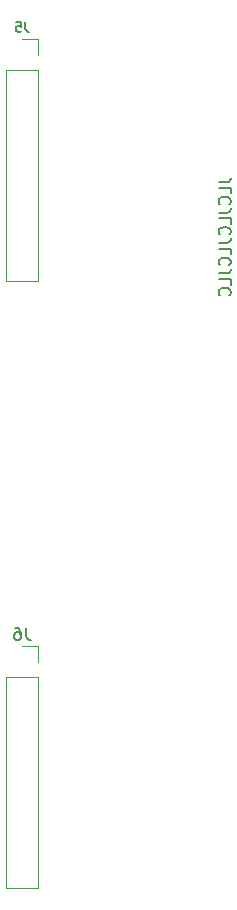
<source format=gbo>
G04 #@! TF.GenerationSoftware,KiCad,Pcbnew,7.0.7-7.0.7~ubuntu22.04.1*
G04 #@! TF.CreationDate,2023-09-25T23:33:45+02:00*
G04 #@! TF.ProjectId,Basic-ADSR,42617369-632d-4414-9453-522e6b696361,rev?*
G04 #@! TF.SameCoordinates,Original*
G04 #@! TF.FileFunction,Legend,Bot*
G04 #@! TF.FilePolarity,Positive*
%FSLAX46Y46*%
G04 Gerber Fmt 4.6, Leading zero omitted, Abs format (unit mm)*
G04 Created by KiCad (PCBNEW 7.0.7-7.0.7~ubuntu22.04.1) date 2023-09-25 23:33:45*
%MOMM*%
%LPD*%
G01*
G04 APERTURE LIST*
%ADD10C,0.150000*%
%ADD11C,0.120000*%
%ADD12R,1.800000X1.800000*%
%ADD13C,1.800000*%
%ADD14C,4.000000*%
%ADD15C,1.600000*%
%ADD16O,1.600000X1.600000*%
%ADD17O,5.000000X3.200000*%
%ADD18R,1.930000X1.830000*%
%ADD19C,2.130000*%
%ADD20C,3.200000*%
%ADD21R,1.050000X1.500000*%
%ADD22O,1.050000X1.500000*%
%ADD23R,1.700000X1.700000*%
%ADD24O,1.700000X1.700000*%
G04 APERTURE END LIST*
D10*
X82454819Y-59880951D02*
X83169104Y-59880951D01*
X83169104Y-59880951D02*
X83311961Y-59833332D01*
X83311961Y-59833332D02*
X83407200Y-59738094D01*
X83407200Y-59738094D02*
X83454819Y-59595237D01*
X83454819Y-59595237D02*
X83454819Y-59499999D01*
X83454819Y-60833332D02*
X83454819Y-60357142D01*
X83454819Y-60357142D02*
X82454819Y-60357142D01*
X83359580Y-61738094D02*
X83407200Y-61690475D01*
X83407200Y-61690475D02*
X83454819Y-61547618D01*
X83454819Y-61547618D02*
X83454819Y-61452380D01*
X83454819Y-61452380D02*
X83407200Y-61309523D01*
X83407200Y-61309523D02*
X83311961Y-61214285D01*
X83311961Y-61214285D02*
X83216723Y-61166666D01*
X83216723Y-61166666D02*
X83026247Y-61119047D01*
X83026247Y-61119047D02*
X82883390Y-61119047D01*
X82883390Y-61119047D02*
X82692914Y-61166666D01*
X82692914Y-61166666D02*
X82597676Y-61214285D01*
X82597676Y-61214285D02*
X82502438Y-61309523D01*
X82502438Y-61309523D02*
X82454819Y-61452380D01*
X82454819Y-61452380D02*
X82454819Y-61547618D01*
X82454819Y-61547618D02*
X82502438Y-61690475D01*
X82502438Y-61690475D02*
X82550057Y-61738094D01*
X82454819Y-62452380D02*
X83169104Y-62452380D01*
X83169104Y-62452380D02*
X83311961Y-62404761D01*
X83311961Y-62404761D02*
X83407200Y-62309523D01*
X83407200Y-62309523D02*
X83454819Y-62166666D01*
X83454819Y-62166666D02*
X83454819Y-62071428D01*
X83454819Y-63404761D02*
X83454819Y-62928571D01*
X83454819Y-62928571D02*
X82454819Y-62928571D01*
X83359580Y-64309523D02*
X83407200Y-64261904D01*
X83407200Y-64261904D02*
X83454819Y-64119047D01*
X83454819Y-64119047D02*
X83454819Y-64023809D01*
X83454819Y-64023809D02*
X83407200Y-63880952D01*
X83407200Y-63880952D02*
X83311961Y-63785714D01*
X83311961Y-63785714D02*
X83216723Y-63738095D01*
X83216723Y-63738095D02*
X83026247Y-63690476D01*
X83026247Y-63690476D02*
X82883390Y-63690476D01*
X82883390Y-63690476D02*
X82692914Y-63738095D01*
X82692914Y-63738095D02*
X82597676Y-63785714D01*
X82597676Y-63785714D02*
X82502438Y-63880952D01*
X82502438Y-63880952D02*
X82454819Y-64023809D01*
X82454819Y-64023809D02*
X82454819Y-64119047D01*
X82454819Y-64119047D02*
X82502438Y-64261904D01*
X82502438Y-64261904D02*
X82550057Y-64309523D01*
X82454819Y-65023809D02*
X83169104Y-65023809D01*
X83169104Y-65023809D02*
X83311961Y-64976190D01*
X83311961Y-64976190D02*
X83407200Y-64880952D01*
X83407200Y-64880952D02*
X83454819Y-64738095D01*
X83454819Y-64738095D02*
X83454819Y-64642857D01*
X83454819Y-65976190D02*
X83454819Y-65500000D01*
X83454819Y-65500000D02*
X82454819Y-65500000D01*
X83359580Y-66880952D02*
X83407200Y-66833333D01*
X83407200Y-66833333D02*
X83454819Y-66690476D01*
X83454819Y-66690476D02*
X83454819Y-66595238D01*
X83454819Y-66595238D02*
X83407200Y-66452381D01*
X83407200Y-66452381D02*
X83311961Y-66357143D01*
X83311961Y-66357143D02*
X83216723Y-66309524D01*
X83216723Y-66309524D02*
X83026247Y-66261905D01*
X83026247Y-66261905D02*
X82883390Y-66261905D01*
X82883390Y-66261905D02*
X82692914Y-66309524D01*
X82692914Y-66309524D02*
X82597676Y-66357143D01*
X82597676Y-66357143D02*
X82502438Y-66452381D01*
X82502438Y-66452381D02*
X82454819Y-66595238D01*
X82454819Y-66595238D02*
X82454819Y-66690476D01*
X82454819Y-66690476D02*
X82502438Y-66833333D01*
X82502438Y-66833333D02*
X82550057Y-66880952D01*
X82454819Y-67595238D02*
X83169104Y-67595238D01*
X83169104Y-67595238D02*
X83311961Y-67547619D01*
X83311961Y-67547619D02*
X83407200Y-67452381D01*
X83407200Y-67452381D02*
X83454819Y-67309524D01*
X83454819Y-67309524D02*
X83454819Y-67214286D01*
X83454819Y-68547619D02*
X83454819Y-68071429D01*
X83454819Y-68071429D02*
X82454819Y-68071429D01*
X83359580Y-69452381D02*
X83407200Y-69404762D01*
X83407200Y-69404762D02*
X83454819Y-69261905D01*
X83454819Y-69261905D02*
X83454819Y-69166667D01*
X83454819Y-69166667D02*
X83407200Y-69023810D01*
X83407200Y-69023810D02*
X83311961Y-68928572D01*
X83311961Y-68928572D02*
X83216723Y-68880953D01*
X83216723Y-68880953D02*
X83026247Y-68833334D01*
X83026247Y-68833334D02*
X82883390Y-68833334D01*
X82883390Y-68833334D02*
X82692914Y-68880953D01*
X82692914Y-68880953D02*
X82597676Y-68928572D01*
X82597676Y-68928572D02*
X82502438Y-69023810D01*
X82502438Y-69023810D02*
X82454819Y-69166667D01*
X82454819Y-69166667D02*
X82454819Y-69261905D01*
X82454819Y-69261905D02*
X82502438Y-69404762D01*
X82502438Y-69404762D02*
X82550057Y-69452381D01*
X66066666Y-46332295D02*
X66066666Y-46903723D01*
X66066666Y-46903723D02*
X66104761Y-47018009D01*
X66104761Y-47018009D02*
X66180952Y-47094200D01*
X66180952Y-47094200D02*
X66295237Y-47132295D01*
X66295237Y-47132295D02*
X66371428Y-47132295D01*
X65304761Y-46332295D02*
X65685713Y-46332295D01*
X65685713Y-46332295D02*
X65723809Y-46713247D01*
X65723809Y-46713247D02*
X65685713Y-46675152D01*
X65685713Y-46675152D02*
X65609523Y-46637057D01*
X65609523Y-46637057D02*
X65419047Y-46637057D01*
X65419047Y-46637057D02*
X65342856Y-46675152D01*
X65342856Y-46675152D02*
X65304761Y-46713247D01*
X65304761Y-46713247D02*
X65266666Y-46789438D01*
X65266666Y-46789438D02*
X65266666Y-46979914D01*
X65266666Y-46979914D02*
X65304761Y-47056104D01*
X65304761Y-47056104D02*
X65342856Y-47094200D01*
X65342856Y-47094200D02*
X65419047Y-47132295D01*
X65419047Y-47132295D02*
X65609523Y-47132295D01*
X65609523Y-47132295D02*
X65685713Y-47094200D01*
X65685713Y-47094200D02*
X65723809Y-47056104D01*
X66133333Y-97624819D02*
X66133333Y-98339104D01*
X66133333Y-98339104D02*
X66180952Y-98481961D01*
X66180952Y-98481961D02*
X66276190Y-98577200D01*
X66276190Y-98577200D02*
X66419047Y-98624819D01*
X66419047Y-98624819D02*
X66514285Y-98624819D01*
X65228571Y-97624819D02*
X65419047Y-97624819D01*
X65419047Y-97624819D02*
X65514285Y-97672438D01*
X65514285Y-97672438D02*
X65561904Y-97720057D01*
X65561904Y-97720057D02*
X65657142Y-97862914D01*
X65657142Y-97862914D02*
X65704761Y-98053390D01*
X65704761Y-98053390D02*
X65704761Y-98434342D01*
X65704761Y-98434342D02*
X65657142Y-98529580D01*
X65657142Y-98529580D02*
X65609523Y-98577200D01*
X65609523Y-98577200D02*
X65514285Y-98624819D01*
X65514285Y-98624819D02*
X65323809Y-98624819D01*
X65323809Y-98624819D02*
X65228571Y-98577200D01*
X65228571Y-98577200D02*
X65180952Y-98529580D01*
X65180952Y-98529580D02*
X65133333Y-98434342D01*
X65133333Y-98434342D02*
X65133333Y-98196247D01*
X65133333Y-98196247D02*
X65180952Y-98101009D01*
X65180952Y-98101009D02*
X65228571Y-98053390D01*
X65228571Y-98053390D02*
X65323809Y-98005771D01*
X65323809Y-98005771D02*
X65514285Y-98005771D01*
X65514285Y-98005771D02*
X65609523Y-98053390D01*
X65609523Y-98053390D02*
X65657142Y-98101009D01*
X65657142Y-98101009D02*
X65704761Y-98196247D01*
D11*
X67130000Y-68210000D02*
X64470000Y-68210000D01*
X67130000Y-50370000D02*
X67130000Y-68210000D01*
X67130000Y-50370000D02*
X64470000Y-50370000D01*
X67130000Y-49100000D02*
X67130000Y-47770000D01*
X67130000Y-47770000D02*
X65800000Y-47770000D01*
X64470000Y-50370000D02*
X64470000Y-68210000D01*
X67130000Y-119610000D02*
X64470000Y-119610000D01*
X67130000Y-101770000D02*
X67130000Y-119610000D01*
X67130000Y-101770000D02*
X64470000Y-101770000D01*
X67130000Y-100500000D02*
X67130000Y-99170000D01*
X67130000Y-99170000D02*
X65800000Y-99170000D01*
X64470000Y-101770000D02*
X64470000Y-119610000D01*
%LPC*%
D12*
X67725000Y-140750000D03*
D13*
X70265000Y-140750000D03*
D14*
X69600000Y-76600000D03*
X78400000Y-76600000D03*
D13*
X71500000Y-83600000D03*
X74000000Y-83600000D03*
X76500000Y-83600000D03*
D15*
X72400000Y-103820000D03*
D16*
X72400000Y-113980000D03*
D14*
X69600000Y-58600000D03*
X78400000Y-58600000D03*
D13*
X71500000Y-65600000D03*
X74000000Y-65600000D03*
X76500000Y-65600000D03*
D14*
X69600000Y-94600000D03*
X78400000Y-94600000D03*
D13*
X71500000Y-101600000D03*
X74000000Y-101600000D03*
X76500000Y-101600000D03*
D17*
X69000000Y-131800000D03*
X69000000Y-127100000D03*
X69000000Y-122400000D03*
D18*
X79000000Y-130600000D03*
D19*
X79000000Y-142000000D03*
X79000000Y-133700000D03*
D18*
X79000000Y-115720000D03*
D19*
X79000000Y-127120000D03*
X79000000Y-118820000D03*
D20*
X80000000Y-107700000D03*
D14*
X69600000Y-40600000D03*
X78400000Y-40600000D03*
D13*
X71500000Y-47600000D03*
X74000000Y-47600000D03*
X76500000Y-47600000D03*
D21*
X72470000Y-117100000D03*
D22*
X71200000Y-117100000D03*
X69930000Y-117100000D03*
D23*
X65800000Y-49100000D03*
D24*
X65800000Y-51640000D03*
X65800000Y-54180000D03*
X65800000Y-56720000D03*
X65800000Y-59260000D03*
X65800000Y-61800000D03*
X65800000Y-64340000D03*
X65800000Y-66880000D03*
D23*
X65800000Y-100500000D03*
D24*
X65800000Y-103040000D03*
X65800000Y-105580000D03*
X65800000Y-108120000D03*
X65800000Y-110660000D03*
X65800000Y-113200000D03*
X65800000Y-115740000D03*
X65800000Y-118280000D03*
%LPD*%
M02*

</source>
